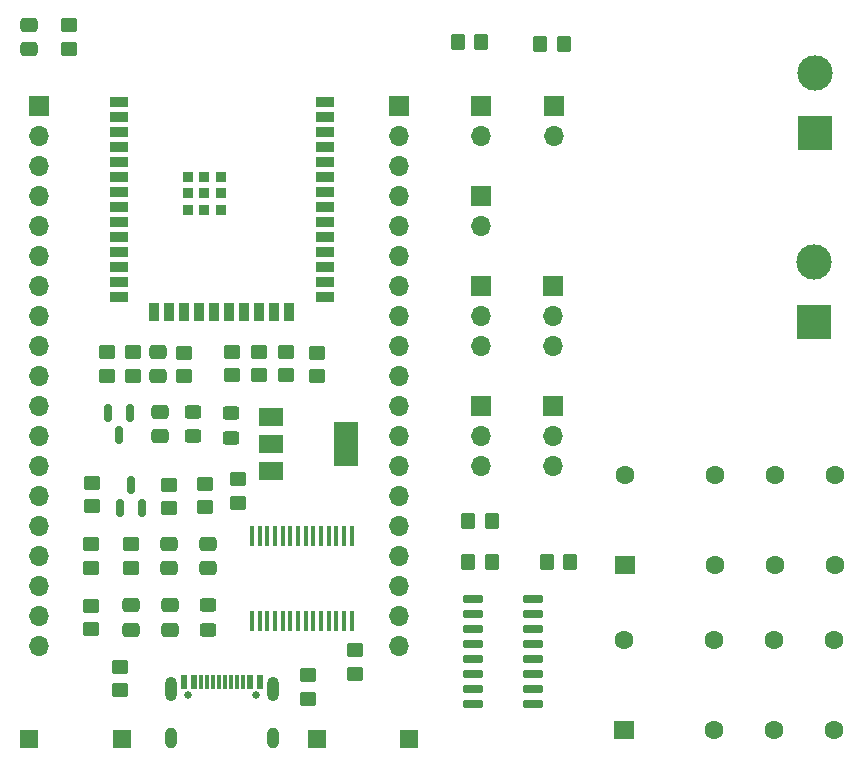
<source format=gbr>
%TF.GenerationSoftware,KiCad,Pcbnew,7.0.1*%
%TF.CreationDate,2023-04-20T15:34:15-04:00*%
%TF.ProjectId,esp,6573702e-6b69-4636-9164-5f7063625858,1.0*%
%TF.SameCoordinates,Original*%
%TF.FileFunction,Soldermask,Top*%
%TF.FilePolarity,Negative*%
%FSLAX46Y46*%
G04 Gerber Fmt 4.6, Leading zero omitted, Abs format (unit mm)*
G04 Created by KiCad (PCBNEW 7.0.1) date 2023-04-20 15:34:15*
%MOMM*%
%LPD*%
G01*
G04 APERTURE LIST*
G04 Aperture macros list*
%AMRoundRect*
0 Rectangle with rounded corners*
0 $1 Rounding radius*
0 $2 $3 $4 $5 $6 $7 $8 $9 X,Y pos of 4 corners*
0 Add a 4 corners polygon primitive as box body*
4,1,4,$2,$3,$4,$5,$6,$7,$8,$9,$2,$3,0*
0 Add four circle primitives for the rounded corners*
1,1,$1+$1,$2,$3*
1,1,$1+$1,$4,$5*
1,1,$1+$1,$6,$7*
1,1,$1+$1,$8,$9*
0 Add four rect primitives between the rounded corners*
20,1,$1+$1,$2,$3,$4,$5,0*
20,1,$1+$1,$4,$5,$6,$7,0*
20,1,$1+$1,$6,$7,$8,$9,0*
20,1,$1+$1,$8,$9,$2,$3,0*%
G04 Aperture macros list end*
%ADD10R,1.500000X1.500000*%
%ADD11RoundRect,0.250000X-0.450000X0.350000X-0.450000X-0.350000X0.450000X-0.350000X0.450000X0.350000X0*%
%ADD12R,3.000000X3.000000*%
%ADD13C,3.000000*%
%ADD14RoundRect,0.250000X-0.350000X-0.450000X0.350000X-0.450000X0.350000X0.450000X-0.350000X0.450000X0*%
%ADD15R,1.700000X1.700000*%
%ADD16O,1.700000X1.700000*%
%ADD17C,1.600000*%
%ADD18R,1.800000X1.600000*%
%ADD19RoundRect,0.250000X0.450000X-0.350000X0.450000X0.350000X-0.450000X0.350000X-0.450000X-0.350000X0*%
%ADD20RoundRect,0.250000X-0.475000X0.337500X-0.475000X-0.337500X0.475000X-0.337500X0.475000X0.337500X0*%
%ADD21C,0.650000*%
%ADD22R,0.600000X1.150000*%
%ADD23R,0.300000X1.150000*%
%ADD24O,1.000000X2.100000*%
%ADD25O,1.000000X1.800000*%
%ADD26RoundRect,0.150000X-0.150000X0.587500X-0.150000X-0.587500X0.150000X-0.587500X0.150000X0.587500X0*%
%ADD27RoundRect,0.250000X0.475000X-0.337500X0.475000X0.337500X-0.475000X0.337500X-0.475000X-0.337500X0*%
%ADD28RoundRect,0.150000X-0.725000X-0.150000X0.725000X-0.150000X0.725000X0.150000X-0.725000X0.150000X0*%
%ADD29R,1.500000X0.900000*%
%ADD30R,0.900000X1.500000*%
%ADD31R,0.900000X0.900000*%
%ADD32RoundRect,0.250000X0.450000X-0.325000X0.450000X0.325000X-0.450000X0.325000X-0.450000X-0.325000X0*%
%ADD33RoundRect,0.150000X0.150000X-0.587500X0.150000X0.587500X-0.150000X0.587500X-0.150000X-0.587500X0*%
%ADD34R,0.450000X1.750000*%
%ADD35RoundRect,0.250000X-0.450000X0.325000X-0.450000X-0.325000X0.450000X-0.325000X0.450000X0.325000X0*%
%ADD36R,2.000000X1.500000*%
%ADD37R,2.000000X3.800000*%
G04 APERTURE END LIST*
D10*
%TO.C,SW1*%
X122454800Y-123025000D03*
X130254800Y-123025000D03*
%TD*%
D11*
%TO.C,R22*%
X146050000Y-117600000D03*
X146050000Y-119600000D03*
%TD*%
D12*
%TO.C,J2*%
X188975000Y-71705000D03*
D13*
X188975000Y-66625000D03*
%TD*%
D11*
%TO.C,R1*%
X131013200Y-106513100D03*
X131013200Y-108513100D03*
%TD*%
D14*
%TO.C,R3*%
X159600000Y-104600000D03*
X161600000Y-104600000D03*
%TD*%
%TO.C,R14*%
X165700000Y-64200000D03*
X167700000Y-64200000D03*
%TD*%
%TO.C,R12*%
X166250000Y-108050000D03*
X168250000Y-108050000D03*
%TD*%
D12*
%TO.C,J1*%
X188900000Y-87675000D03*
D13*
X188900000Y-82595000D03*
%TD*%
D15*
%TO.C,J4*%
X160722734Y-77048200D03*
D16*
X160722734Y-79588200D03*
%TD*%
D17*
%TO.C,K1*%
X180463300Y-108283900D03*
X185543300Y-108283900D03*
X190623300Y-108283900D03*
X180463300Y-100663900D03*
X185543300Y-100663900D03*
X190623300Y-100663900D03*
D18*
X172843300Y-108283900D03*
D17*
X172843300Y-100663900D03*
%TD*%
D19*
%TO.C,R6*%
X129000000Y-92296100D03*
X129000000Y-90296100D03*
%TD*%
D15*
%TO.C,J9*%
X160646534Y-84683600D03*
D16*
X160646534Y-87223600D03*
X160646534Y-89763600D03*
%TD*%
D19*
%TO.C,R10*%
X139616600Y-92236100D03*
X139616600Y-90236100D03*
%TD*%
D15*
%TO.C,J7*%
X160722734Y-69428200D03*
D16*
X160722734Y-71968200D03*
%TD*%
D15*
%TO.C,J6*%
X166793334Y-94843600D03*
D16*
X166793334Y-97383600D03*
X166793334Y-99923600D03*
%TD*%
D10*
%TO.C,SW2*%
X154625000Y-123025000D03*
X146825000Y-123025000D03*
%TD*%
D19*
%TO.C,R5*%
X131189000Y-92296100D03*
X131189000Y-90296100D03*
%TD*%
D20*
%TO.C,C7*%
X131089400Y-111681600D03*
X131089400Y-113756600D03*
%TD*%
D15*
%TO.C,J3*%
X166869534Y-69428200D03*
D16*
X166869534Y-71968200D03*
%TD*%
D19*
%TO.C,R11*%
X150000000Y-117500000D03*
X150000000Y-115500000D03*
%TD*%
D11*
%TO.C,R21*%
X141902600Y-90236100D03*
X141902600Y-92236100D03*
%TD*%
D20*
%TO.C,C1*%
X134391400Y-111681600D03*
X134391400Y-113756600D03*
%TD*%
D21*
%TO.C,P1*%
X135870200Y-119264200D03*
X141650200Y-119264200D03*
D22*
X135560200Y-118189200D03*
X136360200Y-118189200D03*
D23*
X137510200Y-118189200D03*
X138510200Y-118189200D03*
X139010200Y-118189200D03*
X140010200Y-118189200D03*
D22*
X141160200Y-118189200D03*
X141960200Y-118189200D03*
X141960200Y-118189200D03*
X141160200Y-118189200D03*
D23*
X140510200Y-118189200D03*
X139510200Y-118189200D03*
X138010200Y-118189200D03*
X137010200Y-118189200D03*
D22*
X136360200Y-118189200D03*
X135560200Y-118189200D03*
D24*
X134440200Y-118764200D03*
D25*
X134440200Y-122944200D03*
D24*
X143080200Y-118764200D03*
D25*
X143080200Y-122944200D03*
%TD*%
D26*
%TO.C,Q2*%
X130982800Y-95408600D03*
X129082800Y-95408600D03*
X130032800Y-97283600D03*
%TD*%
D14*
%TO.C,R4*%
X159600000Y-108000000D03*
X161600000Y-108000000D03*
%TD*%
%TO.C,R20*%
X158700000Y-64000000D03*
X160700000Y-64000000D03*
%TD*%
D19*
%TO.C,R13*%
X146800000Y-92300000D03*
X146800000Y-90300000D03*
%TD*%
D11*
%TO.C,R16*%
X144188600Y-90236100D03*
X144188600Y-92236100D03*
%TD*%
D19*
%TO.C,R2*%
X134264400Y-103486600D03*
X134264400Y-101486600D03*
%TD*%
D27*
%TO.C,C4*%
X133527800Y-97383600D03*
X133527800Y-95308600D03*
%TD*%
D28*
%TO.C,U3*%
X159975000Y-111205000D03*
X159975000Y-112475000D03*
X159975000Y-113745000D03*
X159975000Y-115015000D03*
X159975000Y-116285000D03*
X159975000Y-117555000D03*
X159975000Y-118825000D03*
X159975000Y-120095000D03*
X165125000Y-120095000D03*
X165125000Y-118825000D03*
X165125000Y-117555000D03*
X165125000Y-116285000D03*
X165125000Y-115015000D03*
X165125000Y-113745000D03*
X165125000Y-112475000D03*
X165125000Y-111205000D03*
%TD*%
D29*
%TO.C,U4*%
X130010200Y-69115200D03*
X130010200Y-70385200D03*
X130010200Y-71655200D03*
X130010200Y-72925200D03*
X130010200Y-74195200D03*
X130010200Y-75465200D03*
X130010200Y-76735200D03*
X130010200Y-78005200D03*
X130010200Y-79275200D03*
X130010200Y-80545200D03*
X130010200Y-81815200D03*
X130010200Y-83085200D03*
X130010200Y-84355200D03*
X130010200Y-85625200D03*
D30*
X133040200Y-86875200D03*
X134310200Y-86875200D03*
X135580200Y-86875200D03*
X136850200Y-86875200D03*
X138120200Y-86875200D03*
X139390200Y-86875200D03*
X140660200Y-86875200D03*
X141930200Y-86875200D03*
X143200200Y-86875200D03*
X144470200Y-86875200D03*
D29*
X147510200Y-85625200D03*
X147510200Y-84355200D03*
X147510200Y-83085200D03*
X147510200Y-81815200D03*
X147510200Y-80545200D03*
X147510200Y-79275200D03*
X147510200Y-78005200D03*
X147510200Y-76735200D03*
X147510200Y-75465200D03*
X147510200Y-74195200D03*
X147510200Y-72925200D03*
X147510200Y-71655200D03*
X147510200Y-70385200D03*
X147510200Y-69115200D03*
D31*
X135860200Y-75435200D03*
X135860200Y-76835200D03*
X135860200Y-78235200D03*
X137260200Y-75435200D03*
X137260200Y-76835200D03*
X137260200Y-78235200D03*
X138660200Y-75435200D03*
X138660200Y-76835200D03*
X138660200Y-78235200D03*
%TD*%
D19*
%TO.C,R15*%
X135500000Y-92313000D03*
X135500000Y-90313000D03*
%TD*%
D11*
%TO.C,R19*%
X127660400Y-111719100D03*
X127660400Y-113719100D03*
%TD*%
D20*
%TO.C,C2*%
X137566400Y-106475600D03*
X137566400Y-108550600D03*
%TD*%
D32*
%TO.C,D1*%
X136321800Y-97348600D03*
X136321800Y-95298600D03*
%TD*%
D11*
%TO.C,R8*%
X140131800Y-101000000D03*
X140131800Y-103000000D03*
%TD*%
D33*
%TO.C,Q1*%
X130078400Y-103424100D03*
X131978400Y-103424100D03*
X131028400Y-101549100D03*
%TD*%
D11*
%TO.C,R18*%
X127660400Y-106513100D03*
X127660400Y-108513100D03*
%TD*%
D34*
%TO.C,U2*%
X149741600Y-105800000D03*
X149091600Y-105800000D03*
X148441600Y-105800000D03*
X147791600Y-105800000D03*
X147141600Y-105800000D03*
X146491600Y-105800000D03*
X145841600Y-105800000D03*
X145191600Y-105800000D03*
X144541600Y-105800000D03*
X143891600Y-105800000D03*
X143241600Y-105800000D03*
X142591600Y-105800000D03*
X141941600Y-105800000D03*
X141291600Y-105800000D03*
X141291600Y-113000000D03*
X141941600Y-113000000D03*
X142591600Y-113000000D03*
X143241600Y-113000000D03*
X143891600Y-113000000D03*
X144541600Y-113000000D03*
X145191600Y-113000000D03*
X145841600Y-113000000D03*
X146491600Y-113000000D03*
X147141600Y-113000000D03*
X147791600Y-113000000D03*
X148441600Y-113000000D03*
X149091600Y-113000000D03*
X149741600Y-113000000D03*
%TD*%
D11*
%TO.C,R9*%
X125780800Y-62562900D03*
X125780800Y-64562900D03*
%TD*%
D17*
%TO.C,K2*%
X180416200Y-122250200D03*
X185496200Y-122250200D03*
X190576200Y-122250200D03*
X180416200Y-114630200D03*
X185496200Y-114630200D03*
X190576200Y-114630200D03*
D18*
X172796200Y-122250200D03*
D17*
X172796200Y-114630200D03*
%TD*%
D15*
%TO.C,J10*%
X160646534Y-94843600D03*
D16*
X160646534Y-97383600D03*
X160646534Y-99923600D03*
%TD*%
D27*
%TO.C,C6*%
X134264400Y-108550600D03*
X134264400Y-106475600D03*
%TD*%
D11*
%TO.C,R7*%
X137312400Y-101408100D03*
X137312400Y-103408100D03*
%TD*%
%TO.C,R23*%
X130125000Y-116900000D03*
X130125000Y-118900000D03*
%TD*%
D32*
%TO.C,D2*%
X139525000Y-97500000D03*
X139525000Y-95450000D03*
%TD*%
D15*
%TO.C,J11*%
X123240800Y-69453600D03*
D16*
X123240800Y-71993600D03*
X123240800Y-74533600D03*
X123240800Y-77073600D03*
X123240800Y-79613600D03*
X123240800Y-82153600D03*
X123240800Y-84693600D03*
X123240800Y-87233600D03*
X123240800Y-89773600D03*
X123240800Y-92313600D03*
X123240800Y-94853600D03*
X123240800Y-97393600D03*
X123240800Y-99933600D03*
X123240800Y-102473600D03*
X123240800Y-105013600D03*
X123240800Y-107553600D03*
X123240800Y-110093600D03*
X123240800Y-112633600D03*
X123240800Y-115173600D03*
%TD*%
D15*
%TO.C,J5*%
X166793334Y-84683600D03*
D16*
X166793334Y-87223600D03*
X166793334Y-89763600D03*
%TD*%
D15*
%TO.C,J12*%
X153720800Y-69453600D03*
D16*
X153720800Y-71993600D03*
X153720800Y-74533600D03*
X153720800Y-77073600D03*
X153720800Y-79613600D03*
X153720800Y-82153600D03*
X153720800Y-84693600D03*
X153720800Y-87233600D03*
X153720800Y-89773600D03*
X153720800Y-92313600D03*
X153720800Y-94853600D03*
X153720800Y-97393600D03*
X153720800Y-99933600D03*
X153720800Y-102473600D03*
X153720800Y-105013600D03*
X153720800Y-107553600D03*
X153720800Y-110093600D03*
X153720800Y-112633600D03*
X153720800Y-115173600D03*
%TD*%
D27*
%TO.C,C5*%
X122428000Y-64613700D03*
X122428000Y-62538700D03*
%TD*%
D19*
%TO.C,R17*%
X127711200Y-103327600D03*
X127711200Y-101327600D03*
%TD*%
D35*
%TO.C,D3*%
X137566400Y-111716600D03*
X137566400Y-113766600D03*
%TD*%
D36*
%TO.C,U1*%
X142925000Y-95718600D03*
X142925000Y-98018600D03*
D37*
X149225000Y-98018600D03*
D36*
X142925000Y-100318600D03*
%TD*%
D27*
%TO.C,C3*%
X133348000Y-92303600D03*
X133348000Y-90228600D03*
%TD*%
M02*

</source>
